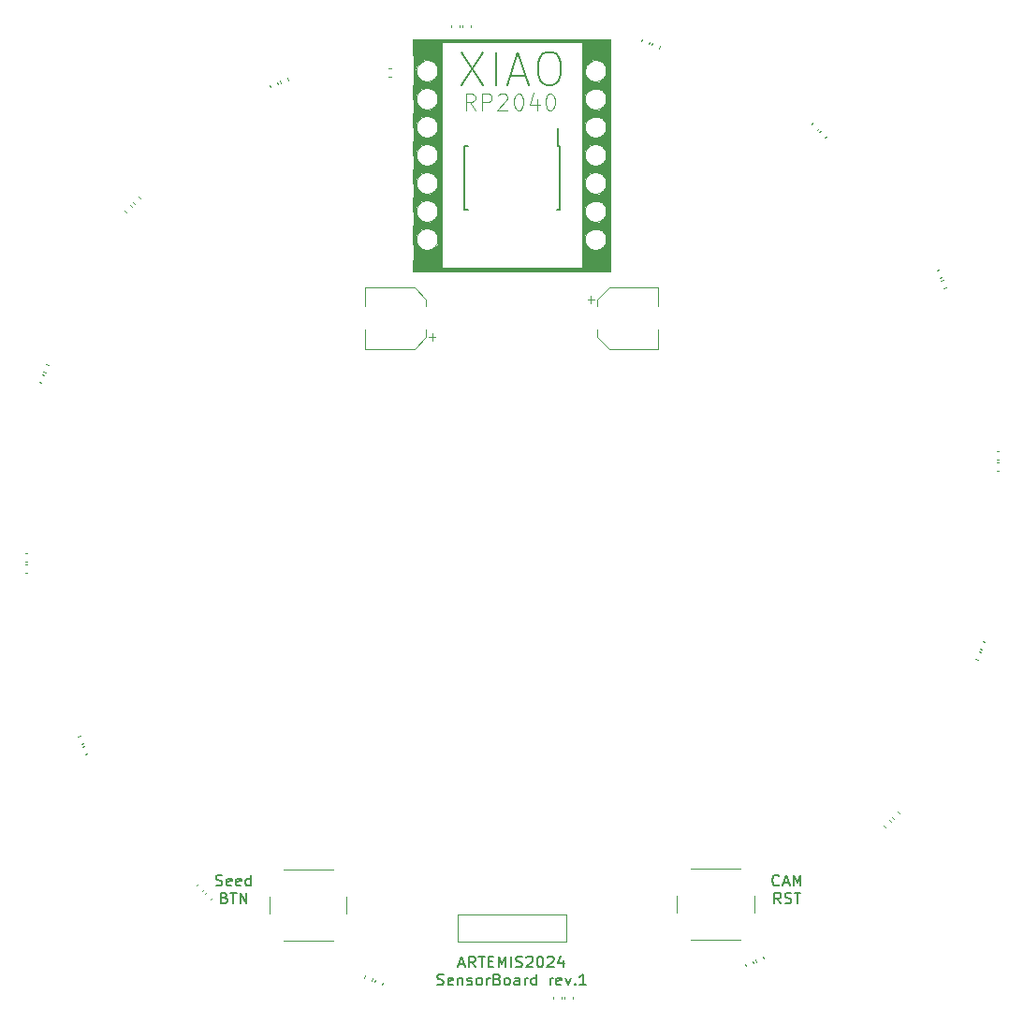
<source format=gbr>
%TF.GenerationSoftware,KiCad,Pcbnew,7.0.9*%
%TF.CreationDate,2024-01-11T17:52:56+09:00*%
%TF.ProjectId,SensorBoard,53656e73-6f72-4426-9f61-72642e6b6963,rev?*%
%TF.SameCoordinates,Original*%
%TF.FileFunction,Legend,Top*%
%TF.FilePolarity,Positive*%
%FSLAX46Y46*%
G04 Gerber Fmt 4.6, Leading zero omitted, Abs format (unit mm)*
G04 Created by KiCad (PCBNEW 7.0.9) date 2024-01-11 17:52:56*
%MOMM*%
%LPD*%
G01*
G04 APERTURE LIST*
%ADD10C,0.150000*%
%ADD11C,0.100000*%
%ADD12C,0.120000*%
G04 APERTURE END LIST*
D10*
X163901523Y-135324580D02*
X163853904Y-135372200D01*
X163853904Y-135372200D02*
X163711047Y-135419819D01*
X163711047Y-135419819D02*
X163615809Y-135419819D01*
X163615809Y-135419819D02*
X163472952Y-135372200D01*
X163472952Y-135372200D02*
X163377714Y-135276961D01*
X163377714Y-135276961D02*
X163330095Y-135181723D01*
X163330095Y-135181723D02*
X163282476Y-134991247D01*
X163282476Y-134991247D02*
X163282476Y-134848390D01*
X163282476Y-134848390D02*
X163330095Y-134657914D01*
X163330095Y-134657914D02*
X163377714Y-134562676D01*
X163377714Y-134562676D02*
X163472952Y-134467438D01*
X163472952Y-134467438D02*
X163615809Y-134419819D01*
X163615809Y-134419819D02*
X163711047Y-134419819D01*
X163711047Y-134419819D02*
X163853904Y-134467438D01*
X163853904Y-134467438D02*
X163901523Y-134515057D01*
X164282476Y-135134104D02*
X164758666Y-135134104D01*
X164187238Y-135419819D02*
X164520571Y-134419819D01*
X164520571Y-134419819D02*
X164853904Y-135419819D01*
X165187238Y-135419819D02*
X165187238Y-134419819D01*
X165187238Y-134419819D02*
X165520571Y-135134104D01*
X165520571Y-135134104D02*
X165853904Y-134419819D01*
X165853904Y-134419819D02*
X165853904Y-135419819D01*
X164044380Y-137029819D02*
X163711047Y-136553628D01*
X163472952Y-137029819D02*
X163472952Y-136029819D01*
X163472952Y-136029819D02*
X163853904Y-136029819D01*
X163853904Y-136029819D02*
X163949142Y-136077438D01*
X163949142Y-136077438D02*
X163996761Y-136125057D01*
X163996761Y-136125057D02*
X164044380Y-136220295D01*
X164044380Y-136220295D02*
X164044380Y-136363152D01*
X164044380Y-136363152D02*
X163996761Y-136458390D01*
X163996761Y-136458390D02*
X163949142Y-136506009D01*
X163949142Y-136506009D02*
X163853904Y-136553628D01*
X163853904Y-136553628D02*
X163472952Y-136553628D01*
X164425333Y-136982200D02*
X164568190Y-137029819D01*
X164568190Y-137029819D02*
X164806285Y-137029819D01*
X164806285Y-137029819D02*
X164901523Y-136982200D01*
X164901523Y-136982200D02*
X164949142Y-136934580D01*
X164949142Y-136934580D02*
X164996761Y-136839342D01*
X164996761Y-136839342D02*
X164996761Y-136744104D01*
X164996761Y-136744104D02*
X164949142Y-136648866D01*
X164949142Y-136648866D02*
X164901523Y-136601247D01*
X164901523Y-136601247D02*
X164806285Y-136553628D01*
X164806285Y-136553628D02*
X164615809Y-136506009D01*
X164615809Y-136506009D02*
X164520571Y-136458390D01*
X164520571Y-136458390D02*
X164472952Y-136410771D01*
X164472952Y-136410771D02*
X164425333Y-136315533D01*
X164425333Y-136315533D02*
X164425333Y-136220295D01*
X164425333Y-136220295D02*
X164472952Y-136125057D01*
X164472952Y-136125057D02*
X164520571Y-136077438D01*
X164520571Y-136077438D02*
X164615809Y-136029819D01*
X164615809Y-136029819D02*
X164853904Y-136029819D01*
X164853904Y-136029819D02*
X164996761Y-136077438D01*
X165282476Y-136029819D02*
X165853904Y-136029819D01*
X165568190Y-137029819D02*
X165568190Y-136029819D01*
X134938095Y-142500104D02*
X135414285Y-142500104D01*
X134842857Y-142785819D02*
X135176190Y-141785819D01*
X135176190Y-141785819D02*
X135509523Y-142785819D01*
X136414285Y-142785819D02*
X136080952Y-142309628D01*
X135842857Y-142785819D02*
X135842857Y-141785819D01*
X135842857Y-141785819D02*
X136223809Y-141785819D01*
X136223809Y-141785819D02*
X136319047Y-141833438D01*
X136319047Y-141833438D02*
X136366666Y-141881057D01*
X136366666Y-141881057D02*
X136414285Y-141976295D01*
X136414285Y-141976295D02*
X136414285Y-142119152D01*
X136414285Y-142119152D02*
X136366666Y-142214390D01*
X136366666Y-142214390D02*
X136319047Y-142262009D01*
X136319047Y-142262009D02*
X136223809Y-142309628D01*
X136223809Y-142309628D02*
X135842857Y-142309628D01*
X136700000Y-141785819D02*
X137271428Y-141785819D01*
X136985714Y-142785819D02*
X136985714Y-141785819D01*
X137604762Y-142262009D02*
X137938095Y-142262009D01*
X138080952Y-142785819D02*
X137604762Y-142785819D01*
X137604762Y-142785819D02*
X137604762Y-141785819D01*
X137604762Y-141785819D02*
X138080952Y-141785819D01*
X138509524Y-142785819D02*
X138509524Y-141785819D01*
X138509524Y-141785819D02*
X138842857Y-142500104D01*
X138842857Y-142500104D02*
X139176190Y-141785819D01*
X139176190Y-141785819D02*
X139176190Y-142785819D01*
X139652381Y-142785819D02*
X139652381Y-141785819D01*
X140080952Y-142738200D02*
X140223809Y-142785819D01*
X140223809Y-142785819D02*
X140461904Y-142785819D01*
X140461904Y-142785819D02*
X140557142Y-142738200D01*
X140557142Y-142738200D02*
X140604761Y-142690580D01*
X140604761Y-142690580D02*
X140652380Y-142595342D01*
X140652380Y-142595342D02*
X140652380Y-142500104D01*
X140652380Y-142500104D02*
X140604761Y-142404866D01*
X140604761Y-142404866D02*
X140557142Y-142357247D01*
X140557142Y-142357247D02*
X140461904Y-142309628D01*
X140461904Y-142309628D02*
X140271428Y-142262009D01*
X140271428Y-142262009D02*
X140176190Y-142214390D01*
X140176190Y-142214390D02*
X140128571Y-142166771D01*
X140128571Y-142166771D02*
X140080952Y-142071533D01*
X140080952Y-142071533D02*
X140080952Y-141976295D01*
X140080952Y-141976295D02*
X140128571Y-141881057D01*
X140128571Y-141881057D02*
X140176190Y-141833438D01*
X140176190Y-141833438D02*
X140271428Y-141785819D01*
X140271428Y-141785819D02*
X140509523Y-141785819D01*
X140509523Y-141785819D02*
X140652380Y-141833438D01*
X141033333Y-141881057D02*
X141080952Y-141833438D01*
X141080952Y-141833438D02*
X141176190Y-141785819D01*
X141176190Y-141785819D02*
X141414285Y-141785819D01*
X141414285Y-141785819D02*
X141509523Y-141833438D01*
X141509523Y-141833438D02*
X141557142Y-141881057D01*
X141557142Y-141881057D02*
X141604761Y-141976295D01*
X141604761Y-141976295D02*
X141604761Y-142071533D01*
X141604761Y-142071533D02*
X141557142Y-142214390D01*
X141557142Y-142214390D02*
X140985714Y-142785819D01*
X140985714Y-142785819D02*
X141604761Y-142785819D01*
X142223809Y-141785819D02*
X142319047Y-141785819D01*
X142319047Y-141785819D02*
X142414285Y-141833438D01*
X142414285Y-141833438D02*
X142461904Y-141881057D01*
X142461904Y-141881057D02*
X142509523Y-141976295D01*
X142509523Y-141976295D02*
X142557142Y-142166771D01*
X142557142Y-142166771D02*
X142557142Y-142404866D01*
X142557142Y-142404866D02*
X142509523Y-142595342D01*
X142509523Y-142595342D02*
X142461904Y-142690580D01*
X142461904Y-142690580D02*
X142414285Y-142738200D01*
X142414285Y-142738200D02*
X142319047Y-142785819D01*
X142319047Y-142785819D02*
X142223809Y-142785819D01*
X142223809Y-142785819D02*
X142128571Y-142738200D01*
X142128571Y-142738200D02*
X142080952Y-142690580D01*
X142080952Y-142690580D02*
X142033333Y-142595342D01*
X142033333Y-142595342D02*
X141985714Y-142404866D01*
X141985714Y-142404866D02*
X141985714Y-142166771D01*
X141985714Y-142166771D02*
X142033333Y-141976295D01*
X142033333Y-141976295D02*
X142080952Y-141881057D01*
X142080952Y-141881057D02*
X142128571Y-141833438D01*
X142128571Y-141833438D02*
X142223809Y-141785819D01*
X142938095Y-141881057D02*
X142985714Y-141833438D01*
X142985714Y-141833438D02*
X143080952Y-141785819D01*
X143080952Y-141785819D02*
X143319047Y-141785819D01*
X143319047Y-141785819D02*
X143414285Y-141833438D01*
X143414285Y-141833438D02*
X143461904Y-141881057D01*
X143461904Y-141881057D02*
X143509523Y-141976295D01*
X143509523Y-141976295D02*
X143509523Y-142071533D01*
X143509523Y-142071533D02*
X143461904Y-142214390D01*
X143461904Y-142214390D02*
X142890476Y-142785819D01*
X142890476Y-142785819D02*
X143509523Y-142785819D01*
X144366666Y-142119152D02*
X144366666Y-142785819D01*
X144128571Y-141738200D02*
X143890476Y-142452485D01*
X143890476Y-142452485D02*
X144509523Y-142452485D01*
X132985713Y-144348200D02*
X133128570Y-144395819D01*
X133128570Y-144395819D02*
X133366665Y-144395819D01*
X133366665Y-144395819D02*
X133461903Y-144348200D01*
X133461903Y-144348200D02*
X133509522Y-144300580D01*
X133509522Y-144300580D02*
X133557141Y-144205342D01*
X133557141Y-144205342D02*
X133557141Y-144110104D01*
X133557141Y-144110104D02*
X133509522Y-144014866D01*
X133509522Y-144014866D02*
X133461903Y-143967247D01*
X133461903Y-143967247D02*
X133366665Y-143919628D01*
X133366665Y-143919628D02*
X133176189Y-143872009D01*
X133176189Y-143872009D02*
X133080951Y-143824390D01*
X133080951Y-143824390D02*
X133033332Y-143776771D01*
X133033332Y-143776771D02*
X132985713Y-143681533D01*
X132985713Y-143681533D02*
X132985713Y-143586295D01*
X132985713Y-143586295D02*
X133033332Y-143491057D01*
X133033332Y-143491057D02*
X133080951Y-143443438D01*
X133080951Y-143443438D02*
X133176189Y-143395819D01*
X133176189Y-143395819D02*
X133414284Y-143395819D01*
X133414284Y-143395819D02*
X133557141Y-143443438D01*
X134366665Y-144348200D02*
X134271427Y-144395819D01*
X134271427Y-144395819D02*
X134080951Y-144395819D01*
X134080951Y-144395819D02*
X133985713Y-144348200D01*
X133985713Y-144348200D02*
X133938094Y-144252961D01*
X133938094Y-144252961D02*
X133938094Y-143872009D01*
X133938094Y-143872009D02*
X133985713Y-143776771D01*
X133985713Y-143776771D02*
X134080951Y-143729152D01*
X134080951Y-143729152D02*
X134271427Y-143729152D01*
X134271427Y-143729152D02*
X134366665Y-143776771D01*
X134366665Y-143776771D02*
X134414284Y-143872009D01*
X134414284Y-143872009D02*
X134414284Y-143967247D01*
X134414284Y-143967247D02*
X133938094Y-144062485D01*
X134842856Y-143729152D02*
X134842856Y-144395819D01*
X134842856Y-143824390D02*
X134890475Y-143776771D01*
X134890475Y-143776771D02*
X134985713Y-143729152D01*
X134985713Y-143729152D02*
X135128570Y-143729152D01*
X135128570Y-143729152D02*
X135223808Y-143776771D01*
X135223808Y-143776771D02*
X135271427Y-143872009D01*
X135271427Y-143872009D02*
X135271427Y-144395819D01*
X135699999Y-144348200D02*
X135795237Y-144395819D01*
X135795237Y-144395819D02*
X135985713Y-144395819D01*
X135985713Y-144395819D02*
X136080951Y-144348200D01*
X136080951Y-144348200D02*
X136128570Y-144252961D01*
X136128570Y-144252961D02*
X136128570Y-144205342D01*
X136128570Y-144205342D02*
X136080951Y-144110104D01*
X136080951Y-144110104D02*
X135985713Y-144062485D01*
X135985713Y-144062485D02*
X135842856Y-144062485D01*
X135842856Y-144062485D02*
X135747618Y-144014866D01*
X135747618Y-144014866D02*
X135699999Y-143919628D01*
X135699999Y-143919628D02*
X135699999Y-143872009D01*
X135699999Y-143872009D02*
X135747618Y-143776771D01*
X135747618Y-143776771D02*
X135842856Y-143729152D01*
X135842856Y-143729152D02*
X135985713Y-143729152D01*
X135985713Y-143729152D02*
X136080951Y-143776771D01*
X136699999Y-144395819D02*
X136604761Y-144348200D01*
X136604761Y-144348200D02*
X136557142Y-144300580D01*
X136557142Y-144300580D02*
X136509523Y-144205342D01*
X136509523Y-144205342D02*
X136509523Y-143919628D01*
X136509523Y-143919628D02*
X136557142Y-143824390D01*
X136557142Y-143824390D02*
X136604761Y-143776771D01*
X136604761Y-143776771D02*
X136699999Y-143729152D01*
X136699999Y-143729152D02*
X136842856Y-143729152D01*
X136842856Y-143729152D02*
X136938094Y-143776771D01*
X136938094Y-143776771D02*
X136985713Y-143824390D01*
X136985713Y-143824390D02*
X137033332Y-143919628D01*
X137033332Y-143919628D02*
X137033332Y-144205342D01*
X137033332Y-144205342D02*
X136985713Y-144300580D01*
X136985713Y-144300580D02*
X136938094Y-144348200D01*
X136938094Y-144348200D02*
X136842856Y-144395819D01*
X136842856Y-144395819D02*
X136699999Y-144395819D01*
X137461904Y-144395819D02*
X137461904Y-143729152D01*
X137461904Y-143919628D02*
X137509523Y-143824390D01*
X137509523Y-143824390D02*
X137557142Y-143776771D01*
X137557142Y-143776771D02*
X137652380Y-143729152D01*
X137652380Y-143729152D02*
X137747618Y-143729152D01*
X138414285Y-143872009D02*
X138557142Y-143919628D01*
X138557142Y-143919628D02*
X138604761Y-143967247D01*
X138604761Y-143967247D02*
X138652380Y-144062485D01*
X138652380Y-144062485D02*
X138652380Y-144205342D01*
X138652380Y-144205342D02*
X138604761Y-144300580D01*
X138604761Y-144300580D02*
X138557142Y-144348200D01*
X138557142Y-144348200D02*
X138461904Y-144395819D01*
X138461904Y-144395819D02*
X138080952Y-144395819D01*
X138080952Y-144395819D02*
X138080952Y-143395819D01*
X138080952Y-143395819D02*
X138414285Y-143395819D01*
X138414285Y-143395819D02*
X138509523Y-143443438D01*
X138509523Y-143443438D02*
X138557142Y-143491057D01*
X138557142Y-143491057D02*
X138604761Y-143586295D01*
X138604761Y-143586295D02*
X138604761Y-143681533D01*
X138604761Y-143681533D02*
X138557142Y-143776771D01*
X138557142Y-143776771D02*
X138509523Y-143824390D01*
X138509523Y-143824390D02*
X138414285Y-143872009D01*
X138414285Y-143872009D02*
X138080952Y-143872009D01*
X139223809Y-144395819D02*
X139128571Y-144348200D01*
X139128571Y-144348200D02*
X139080952Y-144300580D01*
X139080952Y-144300580D02*
X139033333Y-144205342D01*
X139033333Y-144205342D02*
X139033333Y-143919628D01*
X139033333Y-143919628D02*
X139080952Y-143824390D01*
X139080952Y-143824390D02*
X139128571Y-143776771D01*
X139128571Y-143776771D02*
X139223809Y-143729152D01*
X139223809Y-143729152D02*
X139366666Y-143729152D01*
X139366666Y-143729152D02*
X139461904Y-143776771D01*
X139461904Y-143776771D02*
X139509523Y-143824390D01*
X139509523Y-143824390D02*
X139557142Y-143919628D01*
X139557142Y-143919628D02*
X139557142Y-144205342D01*
X139557142Y-144205342D02*
X139509523Y-144300580D01*
X139509523Y-144300580D02*
X139461904Y-144348200D01*
X139461904Y-144348200D02*
X139366666Y-144395819D01*
X139366666Y-144395819D02*
X139223809Y-144395819D01*
X140414285Y-144395819D02*
X140414285Y-143872009D01*
X140414285Y-143872009D02*
X140366666Y-143776771D01*
X140366666Y-143776771D02*
X140271428Y-143729152D01*
X140271428Y-143729152D02*
X140080952Y-143729152D01*
X140080952Y-143729152D02*
X139985714Y-143776771D01*
X140414285Y-144348200D02*
X140319047Y-144395819D01*
X140319047Y-144395819D02*
X140080952Y-144395819D01*
X140080952Y-144395819D02*
X139985714Y-144348200D01*
X139985714Y-144348200D02*
X139938095Y-144252961D01*
X139938095Y-144252961D02*
X139938095Y-144157723D01*
X139938095Y-144157723D02*
X139985714Y-144062485D01*
X139985714Y-144062485D02*
X140080952Y-144014866D01*
X140080952Y-144014866D02*
X140319047Y-144014866D01*
X140319047Y-144014866D02*
X140414285Y-143967247D01*
X140890476Y-144395819D02*
X140890476Y-143729152D01*
X140890476Y-143919628D02*
X140938095Y-143824390D01*
X140938095Y-143824390D02*
X140985714Y-143776771D01*
X140985714Y-143776771D02*
X141080952Y-143729152D01*
X141080952Y-143729152D02*
X141176190Y-143729152D01*
X141938095Y-144395819D02*
X141938095Y-143395819D01*
X141938095Y-144348200D02*
X141842857Y-144395819D01*
X141842857Y-144395819D02*
X141652381Y-144395819D01*
X141652381Y-144395819D02*
X141557143Y-144348200D01*
X141557143Y-144348200D02*
X141509524Y-144300580D01*
X141509524Y-144300580D02*
X141461905Y-144205342D01*
X141461905Y-144205342D02*
X141461905Y-143919628D01*
X141461905Y-143919628D02*
X141509524Y-143824390D01*
X141509524Y-143824390D02*
X141557143Y-143776771D01*
X141557143Y-143776771D02*
X141652381Y-143729152D01*
X141652381Y-143729152D02*
X141842857Y-143729152D01*
X141842857Y-143729152D02*
X141938095Y-143776771D01*
X143176191Y-144395819D02*
X143176191Y-143729152D01*
X143176191Y-143919628D02*
X143223810Y-143824390D01*
X143223810Y-143824390D02*
X143271429Y-143776771D01*
X143271429Y-143776771D02*
X143366667Y-143729152D01*
X143366667Y-143729152D02*
X143461905Y-143729152D01*
X144176191Y-144348200D02*
X144080953Y-144395819D01*
X144080953Y-144395819D02*
X143890477Y-144395819D01*
X143890477Y-144395819D02*
X143795239Y-144348200D01*
X143795239Y-144348200D02*
X143747620Y-144252961D01*
X143747620Y-144252961D02*
X143747620Y-143872009D01*
X143747620Y-143872009D02*
X143795239Y-143776771D01*
X143795239Y-143776771D02*
X143890477Y-143729152D01*
X143890477Y-143729152D02*
X144080953Y-143729152D01*
X144080953Y-143729152D02*
X144176191Y-143776771D01*
X144176191Y-143776771D02*
X144223810Y-143872009D01*
X144223810Y-143872009D02*
X144223810Y-143967247D01*
X144223810Y-143967247D02*
X143747620Y-144062485D01*
X144557144Y-143729152D02*
X144795239Y-144395819D01*
X144795239Y-144395819D02*
X145033334Y-143729152D01*
X145414287Y-144300580D02*
X145461906Y-144348200D01*
X145461906Y-144348200D02*
X145414287Y-144395819D01*
X145414287Y-144395819D02*
X145366668Y-144348200D01*
X145366668Y-144348200D02*
X145414287Y-144300580D01*
X145414287Y-144300580D02*
X145414287Y-144395819D01*
X146414286Y-144395819D02*
X145842858Y-144395819D01*
X146128572Y-144395819D02*
X146128572Y-143395819D01*
X146128572Y-143395819D02*
X146033334Y-143538676D01*
X146033334Y-143538676D02*
X145938096Y-143633914D01*
X145938096Y-143633914D02*
X145842858Y-143681533D01*
X112958762Y-135372200D02*
X113101619Y-135419819D01*
X113101619Y-135419819D02*
X113339714Y-135419819D01*
X113339714Y-135419819D02*
X113434952Y-135372200D01*
X113434952Y-135372200D02*
X113482571Y-135324580D01*
X113482571Y-135324580D02*
X113530190Y-135229342D01*
X113530190Y-135229342D02*
X113530190Y-135134104D01*
X113530190Y-135134104D02*
X113482571Y-135038866D01*
X113482571Y-135038866D02*
X113434952Y-134991247D01*
X113434952Y-134991247D02*
X113339714Y-134943628D01*
X113339714Y-134943628D02*
X113149238Y-134896009D01*
X113149238Y-134896009D02*
X113054000Y-134848390D01*
X113054000Y-134848390D02*
X113006381Y-134800771D01*
X113006381Y-134800771D02*
X112958762Y-134705533D01*
X112958762Y-134705533D02*
X112958762Y-134610295D01*
X112958762Y-134610295D02*
X113006381Y-134515057D01*
X113006381Y-134515057D02*
X113054000Y-134467438D01*
X113054000Y-134467438D02*
X113149238Y-134419819D01*
X113149238Y-134419819D02*
X113387333Y-134419819D01*
X113387333Y-134419819D02*
X113530190Y-134467438D01*
X114339714Y-135372200D02*
X114244476Y-135419819D01*
X114244476Y-135419819D02*
X114054000Y-135419819D01*
X114054000Y-135419819D02*
X113958762Y-135372200D01*
X113958762Y-135372200D02*
X113911143Y-135276961D01*
X113911143Y-135276961D02*
X113911143Y-134896009D01*
X113911143Y-134896009D02*
X113958762Y-134800771D01*
X113958762Y-134800771D02*
X114054000Y-134753152D01*
X114054000Y-134753152D02*
X114244476Y-134753152D01*
X114244476Y-134753152D02*
X114339714Y-134800771D01*
X114339714Y-134800771D02*
X114387333Y-134896009D01*
X114387333Y-134896009D02*
X114387333Y-134991247D01*
X114387333Y-134991247D02*
X113911143Y-135086485D01*
X115196857Y-135372200D02*
X115101619Y-135419819D01*
X115101619Y-135419819D02*
X114911143Y-135419819D01*
X114911143Y-135419819D02*
X114815905Y-135372200D01*
X114815905Y-135372200D02*
X114768286Y-135276961D01*
X114768286Y-135276961D02*
X114768286Y-134896009D01*
X114768286Y-134896009D02*
X114815905Y-134800771D01*
X114815905Y-134800771D02*
X114911143Y-134753152D01*
X114911143Y-134753152D02*
X115101619Y-134753152D01*
X115101619Y-134753152D02*
X115196857Y-134800771D01*
X115196857Y-134800771D02*
X115244476Y-134896009D01*
X115244476Y-134896009D02*
X115244476Y-134991247D01*
X115244476Y-134991247D02*
X114768286Y-135086485D01*
X116101619Y-135419819D02*
X116101619Y-134419819D01*
X116101619Y-135372200D02*
X116006381Y-135419819D01*
X116006381Y-135419819D02*
X115815905Y-135419819D01*
X115815905Y-135419819D02*
X115720667Y-135372200D01*
X115720667Y-135372200D02*
X115673048Y-135324580D01*
X115673048Y-135324580D02*
X115625429Y-135229342D01*
X115625429Y-135229342D02*
X115625429Y-134943628D01*
X115625429Y-134943628D02*
X115673048Y-134848390D01*
X115673048Y-134848390D02*
X115720667Y-134800771D01*
X115720667Y-134800771D02*
X115815905Y-134753152D01*
X115815905Y-134753152D02*
X116006381Y-134753152D01*
X116006381Y-134753152D02*
X116101619Y-134800771D01*
X113720666Y-136506009D02*
X113863523Y-136553628D01*
X113863523Y-136553628D02*
X113911142Y-136601247D01*
X113911142Y-136601247D02*
X113958761Y-136696485D01*
X113958761Y-136696485D02*
X113958761Y-136839342D01*
X113958761Y-136839342D02*
X113911142Y-136934580D01*
X113911142Y-136934580D02*
X113863523Y-136982200D01*
X113863523Y-136982200D02*
X113768285Y-137029819D01*
X113768285Y-137029819D02*
X113387333Y-137029819D01*
X113387333Y-137029819D02*
X113387333Y-136029819D01*
X113387333Y-136029819D02*
X113720666Y-136029819D01*
X113720666Y-136029819D02*
X113815904Y-136077438D01*
X113815904Y-136077438D02*
X113863523Y-136125057D01*
X113863523Y-136125057D02*
X113911142Y-136220295D01*
X113911142Y-136220295D02*
X113911142Y-136315533D01*
X113911142Y-136315533D02*
X113863523Y-136410771D01*
X113863523Y-136410771D02*
X113815904Y-136458390D01*
X113815904Y-136458390D02*
X113720666Y-136506009D01*
X113720666Y-136506009D02*
X113387333Y-136506009D01*
X114244476Y-136029819D02*
X114815904Y-136029819D01*
X114530190Y-137029819D02*
X114530190Y-136029819D01*
X115149238Y-137029819D02*
X115149238Y-136029819D01*
X115149238Y-136029819D02*
X115720666Y-137029819D01*
X115720666Y-137029819D02*
X115720666Y-136029819D01*
X135128571Y-60000457D02*
X137128571Y-63000457D01*
X137128571Y-60000457D02*
X135128571Y-63000457D01*
X138271428Y-63000457D02*
X138271428Y-60000457D01*
X139557142Y-62143314D02*
X140985714Y-62143314D01*
X139271428Y-63000457D02*
X140271428Y-60000457D01*
X140271428Y-60000457D02*
X141271428Y-63000457D01*
X142842857Y-60000457D02*
X143414285Y-60000457D01*
X143414285Y-60000457D02*
X143700000Y-60143314D01*
X143700000Y-60143314D02*
X143985714Y-60429028D01*
X143985714Y-60429028D02*
X144128571Y-61000457D01*
X144128571Y-61000457D02*
X144128571Y-62000457D01*
X144128571Y-62000457D02*
X143985714Y-62571885D01*
X143985714Y-62571885D02*
X143700000Y-62857600D01*
X143700000Y-62857600D02*
X143414285Y-63000457D01*
X143414285Y-63000457D02*
X142842857Y-63000457D01*
X142842857Y-63000457D02*
X142557143Y-62857600D01*
X142557143Y-62857600D02*
X142271428Y-62571885D01*
X142271428Y-62571885D02*
X142128571Y-62000457D01*
X142128571Y-62000457D02*
X142128571Y-61000457D01*
X142128571Y-61000457D02*
X142271428Y-60429028D01*
X142271428Y-60429028D02*
X142557143Y-60143314D01*
X142557143Y-60143314D02*
X142842857Y-60000457D01*
D11*
X136408074Y-65241628D02*
X135908074Y-64527342D01*
X135550931Y-65241628D02*
X135550931Y-63741628D01*
X135550931Y-63741628D02*
X136122360Y-63741628D01*
X136122360Y-63741628D02*
X136265217Y-63813057D01*
X136265217Y-63813057D02*
X136336646Y-63884485D01*
X136336646Y-63884485D02*
X136408074Y-64027342D01*
X136408074Y-64027342D02*
X136408074Y-64241628D01*
X136408074Y-64241628D02*
X136336646Y-64384485D01*
X136336646Y-64384485D02*
X136265217Y-64455914D01*
X136265217Y-64455914D02*
X136122360Y-64527342D01*
X136122360Y-64527342D02*
X135550931Y-64527342D01*
X137050931Y-65241628D02*
X137050931Y-63741628D01*
X137050931Y-63741628D02*
X137622360Y-63741628D01*
X137622360Y-63741628D02*
X137765217Y-63813057D01*
X137765217Y-63813057D02*
X137836646Y-63884485D01*
X137836646Y-63884485D02*
X137908074Y-64027342D01*
X137908074Y-64027342D02*
X137908074Y-64241628D01*
X137908074Y-64241628D02*
X137836646Y-64384485D01*
X137836646Y-64384485D02*
X137765217Y-64455914D01*
X137765217Y-64455914D02*
X137622360Y-64527342D01*
X137622360Y-64527342D02*
X137050931Y-64527342D01*
X138479503Y-63884485D02*
X138550931Y-63813057D01*
X138550931Y-63813057D02*
X138693789Y-63741628D01*
X138693789Y-63741628D02*
X139050931Y-63741628D01*
X139050931Y-63741628D02*
X139193789Y-63813057D01*
X139193789Y-63813057D02*
X139265217Y-63884485D01*
X139265217Y-63884485D02*
X139336646Y-64027342D01*
X139336646Y-64027342D02*
X139336646Y-64170200D01*
X139336646Y-64170200D02*
X139265217Y-64384485D01*
X139265217Y-64384485D02*
X138408074Y-65241628D01*
X138408074Y-65241628D02*
X139336646Y-65241628D01*
X140265217Y-63741628D02*
X140408074Y-63741628D01*
X140408074Y-63741628D02*
X140550931Y-63813057D01*
X140550931Y-63813057D02*
X140622360Y-63884485D01*
X140622360Y-63884485D02*
X140693788Y-64027342D01*
X140693788Y-64027342D02*
X140765217Y-64313057D01*
X140765217Y-64313057D02*
X140765217Y-64670200D01*
X140765217Y-64670200D02*
X140693788Y-64955914D01*
X140693788Y-64955914D02*
X140622360Y-65098771D01*
X140622360Y-65098771D02*
X140550931Y-65170200D01*
X140550931Y-65170200D02*
X140408074Y-65241628D01*
X140408074Y-65241628D02*
X140265217Y-65241628D01*
X140265217Y-65241628D02*
X140122360Y-65170200D01*
X140122360Y-65170200D02*
X140050931Y-65098771D01*
X140050931Y-65098771D02*
X139979502Y-64955914D01*
X139979502Y-64955914D02*
X139908074Y-64670200D01*
X139908074Y-64670200D02*
X139908074Y-64313057D01*
X139908074Y-64313057D02*
X139979502Y-64027342D01*
X139979502Y-64027342D02*
X140050931Y-63884485D01*
X140050931Y-63884485D02*
X140122360Y-63813057D01*
X140122360Y-63813057D02*
X140265217Y-63741628D01*
X142050931Y-64241628D02*
X142050931Y-65241628D01*
X141693788Y-63670200D02*
X141336645Y-64741628D01*
X141336645Y-64741628D02*
X142265216Y-64741628D01*
X143122359Y-63741628D02*
X143265216Y-63741628D01*
X143265216Y-63741628D02*
X143408073Y-63813057D01*
X143408073Y-63813057D02*
X143479502Y-63884485D01*
X143479502Y-63884485D02*
X143550930Y-64027342D01*
X143550930Y-64027342D02*
X143622359Y-64313057D01*
X143622359Y-64313057D02*
X143622359Y-64670200D01*
X143622359Y-64670200D02*
X143550930Y-64955914D01*
X143550930Y-64955914D02*
X143479502Y-65098771D01*
X143479502Y-65098771D02*
X143408073Y-65170200D01*
X143408073Y-65170200D02*
X143265216Y-65241628D01*
X143265216Y-65241628D02*
X143122359Y-65241628D01*
X143122359Y-65241628D02*
X142979502Y-65170200D01*
X142979502Y-65170200D02*
X142908073Y-65098771D01*
X142908073Y-65098771D02*
X142836644Y-64955914D01*
X142836644Y-64955914D02*
X142765216Y-64670200D01*
X142765216Y-64670200D02*
X142765216Y-64313057D01*
X142765216Y-64313057D02*
X142836644Y-64027342D01*
X142836644Y-64027342D02*
X142908073Y-63884485D01*
X142908073Y-63884485D02*
X142979502Y-63813057D01*
X142979502Y-63813057D02*
X143122359Y-63741628D01*
D12*
%TO.C,C10*%
X128026253Y-144194195D02*
X127943719Y-144393450D01*
X127361059Y-143918662D02*
X127278525Y-144117917D01*
%TO.C,R10*%
X127087591Y-143805389D02*
X127005057Y-144004644D01*
X126422397Y-143529856D02*
X126339863Y-143729111D01*
%TO.C,R12*%
X100949376Y-122497847D02*
X100750121Y-122580381D01*
X100673843Y-121832653D02*
X100474588Y-121915187D01*
%TO.C,C6*%
X182256878Y-114060436D02*
X182057623Y-113977902D01*
X182532411Y-113395242D02*
X182333156Y-113312708D01*
%TO.C,R11*%
X111899316Y-135751225D02*
X111746813Y-135903728D01*
X111390199Y-135242108D02*
X111237696Y-135394611D01*
%TO.C,C2*%
X152199397Y-59082083D02*
X152116863Y-59281338D01*
X151534203Y-58806550D02*
X151451669Y-59005805D01*
%TO.C,R8*%
X160892320Y-142676738D02*
X160809786Y-142477483D01*
X161557514Y-142401205D02*
X161474980Y-142201950D01*
%TO.C,C4*%
X178614528Y-80346151D02*
X178415273Y-80428685D01*
X178338995Y-79680957D02*
X178139740Y-79763491D01*
%TO.C,C3*%
X167464800Y-66896887D02*
X167312297Y-67049390D01*
X166955683Y-66387770D02*
X166803180Y-66540273D01*
%TO.C,R14*%
X97533572Y-88948630D02*
X97334317Y-88866096D01*
X97809105Y-88283436D02*
X97609850Y-88200902D01*
%TO.C,R15*%
X105587736Y-73760355D02*
X105435233Y-73607852D01*
X106096853Y-73251238D02*
X105944350Y-73098735D01*
%TO.C,SW1*%
X161667000Y-137819000D02*
X161667000Y-136319000D01*
X160417000Y-133819000D02*
X155917000Y-133819000D01*
X155917000Y-140319000D02*
X160417000Y-140319000D01*
X154667000Y-136319000D02*
X154667000Y-137819000D01*
%TO.C,Brd1*%
X144639800Y-140453800D02*
X144639800Y-138040800D01*
X144639800Y-140453800D02*
X134860800Y-140453800D01*
X134860800Y-140453800D02*
X134860800Y-138040800D01*
X134860800Y-138040800D02*
X144639800Y-138040800D01*
%TO.C,R9*%
X144201922Y-145434164D02*
X144201922Y-145649836D01*
X143481922Y-145434164D02*
X143481922Y-145649836D01*
%TO.C,C17*%
X146575000Y-82389000D02*
X147200000Y-82389000D01*
X146887500Y-82076500D02*
X146887500Y-82701500D01*
X147440000Y-82378437D02*
X147440000Y-83014000D01*
X147440000Y-82378437D02*
X148504437Y-81314000D01*
X147440000Y-85769563D02*
X147440000Y-85134000D01*
X147440000Y-85769563D02*
X148504437Y-86834000D01*
X148504437Y-81314000D02*
X152960000Y-81314000D01*
X148504437Y-86834000D02*
X152960000Y-86834000D01*
X152960000Y-81314000D02*
X152960000Y-83014000D01*
X152960000Y-86834000D02*
X152960000Y-85134000D01*
%TO.C,C18*%
X128786836Y-62209000D02*
X128571164Y-62209000D01*
X128786836Y-61489000D02*
X128571164Y-61489000D01*
%TO.C,C16*%
X117902452Y-63199221D02*
X117819918Y-62999966D01*
X118567646Y-62923688D02*
X118485112Y-62724433D01*
%TO.C,C15*%
X104869316Y-74478776D02*
X104716813Y-74326273D01*
X105378433Y-73969659D02*
X105225930Y-73817156D01*
%TO.C,C14*%
X97144766Y-89887292D02*
X96945511Y-89804758D01*
X97420299Y-89222098D02*
X97221044Y-89139564D01*
%TO.C,C8*%
X161830982Y-142287932D02*
X161748448Y-142088677D01*
X162496176Y-142012399D02*
X162413642Y-141813144D01*
%TO.C,C19*%
X132825000Y-85759000D02*
X132200000Y-85759000D01*
X132512500Y-86071500D02*
X132512500Y-85446500D01*
X131960000Y-85769563D02*
X131960000Y-85134000D01*
X131960000Y-85769563D02*
X130895563Y-86834000D01*
X131960000Y-82378437D02*
X131960000Y-83014000D01*
X131960000Y-82378437D02*
X130895563Y-81314000D01*
X130895563Y-86834000D02*
X126440000Y-86834000D01*
X130895563Y-81314000D02*
X126440000Y-81314000D01*
X126440000Y-86834000D02*
X126440000Y-85134000D01*
X126440000Y-81314000D02*
X126440000Y-83014000D01*
%TO.C,C1*%
X134980000Y-57550164D02*
X134980000Y-57765836D01*
X134260000Y-57550164D02*
X134260000Y-57765836D01*
%TO.C,R4*%
X179003334Y-81284813D02*
X178804079Y-81367347D01*
X178727801Y-80619619D02*
X178528546Y-80702153D01*
%TO.C,R13*%
X95904797Y-106062961D02*
X95689125Y-106062961D01*
X95904797Y-105342961D02*
X95689125Y-105342961D01*
%TO.C,U18*%
X130810000Y-58826400D02*
X148590000Y-58826400D01*
X130810000Y-79832200D02*
X130810000Y-58826400D01*
X133350000Y-79832200D02*
X133350000Y-58826400D01*
X146050000Y-58851800D02*
X146050000Y-79819500D01*
D11*
X146050000Y-79819500D02*
X133338261Y-79837671D01*
D12*
X148590000Y-58826400D02*
X148590000Y-79832200D01*
X148590000Y-79832200D02*
X130810000Y-79832200D01*
D11*
X146024600Y-59131200D02*
X133350000Y-59131200D01*
X133350000Y-59131200D02*
X133350000Y-58839100D01*
X133350000Y-58839100D02*
X146024600Y-58839100D01*
X146024600Y-58839100D02*
X146024600Y-59131200D01*
X146050000Y-79819500D02*
X133375400Y-79819500D01*
X133375400Y-79819500D02*
X133375400Y-79527400D01*
X133375400Y-79527400D02*
X146050000Y-79527400D01*
X146050000Y-79527400D02*
X146050000Y-79819500D01*
X133045534Y-61722334D02*
G75*
G03*
X133045534Y-61722334I-965534J0D01*
G01*
X133045534Y-64262334D02*
G75*
G03*
X133045534Y-64262334I-965534J0D01*
G01*
X133045534Y-66802334D02*
G75*
G03*
X133045534Y-66802334I-965534J0D01*
G01*
X133045534Y-69342334D02*
G75*
G03*
X133045534Y-69342334I-965534J0D01*
G01*
X133045534Y-71882334D02*
G75*
G03*
X133045534Y-71882334I-965534J0D01*
G01*
X133045534Y-74422334D02*
G75*
G03*
X133045534Y-74422334I-965534J0D01*
G01*
X133045534Y-76962334D02*
G75*
G03*
X133045534Y-76962334I-965534J0D01*
G01*
X148285534Y-61722334D02*
G75*
G03*
X148285534Y-61722334I-965534J0D01*
G01*
X148285534Y-64262334D02*
G75*
G03*
X148285534Y-64262334I-965534J0D01*
G01*
X148285534Y-66802334D02*
G75*
G03*
X148285534Y-66802334I-965534J0D01*
G01*
X148285534Y-69342334D02*
G75*
G03*
X148285534Y-69342334I-965534J0D01*
G01*
X148285534Y-71882334D02*
G75*
G03*
X148285534Y-71882334I-965534J0D01*
G01*
X148285534Y-76962000D02*
G75*
G03*
X148285534Y-76962000I-965534J0D01*
G01*
X148285868Y-74422000D02*
G75*
G03*
X148285868Y-74422000I-965534J0D01*
G01*
X146024600Y-58839100D02*
X146024600Y-59131200D01*
X133350000Y-59131200D01*
X133338261Y-58831871D01*
X146024600Y-58839100D01*
G36*
X146024600Y-58839100D02*
G01*
X146024600Y-59131200D01*
X133350000Y-59131200D01*
X133338261Y-58831871D01*
X146024600Y-58839100D01*
G37*
X146050000Y-79819500D02*
X133375400Y-79819500D01*
X133375400Y-79527400D01*
X146050000Y-79527400D01*
X146050000Y-79819500D01*
G36*
X146050000Y-79819500D02*
G01*
X133375400Y-79819500D01*
X133375400Y-79527400D01*
X146050000Y-79527400D01*
X146050000Y-79819500D01*
G37*
X131102727Y-76967805D02*
X131103061Y-77196071D01*
X131179261Y-77399271D01*
X131255461Y-77551671D01*
X131509461Y-77780271D01*
X131712661Y-77932671D01*
X130823661Y-77932671D01*
X130798261Y-76967471D01*
X131102727Y-76967805D01*
G36*
X131102727Y-76967805D02*
G01*
X131103061Y-77196071D01*
X131179261Y-77399271D01*
X131255461Y-77551671D01*
X131509461Y-77780271D01*
X131712661Y-77932671D01*
X130823661Y-77932671D01*
X130798261Y-76967471D01*
X131102727Y-76967805D01*
G37*
X146354466Y-76962334D02*
X146354800Y-77190600D01*
X146431000Y-77393800D01*
X146507200Y-77546200D01*
X146761200Y-77774800D01*
X146964400Y-77927200D01*
X146075400Y-77927200D01*
X146050000Y-76962000D01*
X146354466Y-76962334D01*
G36*
X146354466Y-76962334D02*
G01*
X146354800Y-77190600D01*
X146431000Y-77393800D01*
X146507200Y-77546200D01*
X146761200Y-77774800D01*
X146964400Y-77927200D01*
X146075400Y-77927200D01*
X146050000Y-76962000D01*
X146354466Y-76962334D01*
G37*
X131102727Y-66782405D02*
X131103061Y-67010671D01*
X131204661Y-67290071D01*
X131407861Y-67544071D01*
X131839661Y-67772671D01*
X132322261Y-67772671D01*
X132703261Y-67569471D01*
X133033461Y-67112271D01*
X133008061Y-68915671D01*
X132652461Y-68483871D01*
X132195261Y-68356871D01*
X131865061Y-68356871D01*
X131458661Y-68534671D01*
X131255461Y-68737871D01*
X131128461Y-68991871D01*
X131102727Y-69322405D01*
X130798261Y-69322071D01*
X130823661Y-66782071D01*
X131102727Y-66782405D01*
G36*
X131102727Y-66782405D02*
G01*
X131103061Y-67010671D01*
X131204661Y-67290071D01*
X131407861Y-67544071D01*
X131839661Y-67772671D01*
X132322261Y-67772671D01*
X132703261Y-67569471D01*
X133033461Y-67112271D01*
X133008061Y-68915671D01*
X132652461Y-68483871D01*
X132195261Y-68356871D01*
X131865061Y-68356871D01*
X131458661Y-68534671D01*
X131255461Y-68737871D01*
X131128461Y-68991871D01*
X131102727Y-69322405D01*
X130798261Y-69322071D01*
X130823661Y-66782071D01*
X131102727Y-66782405D01*
G37*
X131102727Y-61727805D02*
X131103061Y-61956071D01*
X131204661Y-62235471D01*
X131407861Y-62489471D01*
X131839661Y-62718071D01*
X132322261Y-62718071D01*
X132703261Y-62514871D01*
X133033461Y-62057671D01*
X133008061Y-63861071D01*
X133008061Y-63835671D01*
X132652461Y-63403871D01*
X132195261Y-63246000D01*
X131865061Y-63276871D01*
X131458661Y-63454671D01*
X131255461Y-63683271D01*
X131128461Y-63937271D01*
X131102727Y-64267805D01*
X130798261Y-64267471D01*
X130823661Y-61727471D01*
X131102727Y-61727805D01*
G36*
X131102727Y-61727805D02*
G01*
X131103061Y-61956071D01*
X131204661Y-62235471D01*
X131407861Y-62489471D01*
X131839661Y-62718071D01*
X132322261Y-62718071D01*
X132703261Y-62514871D01*
X133033461Y-62057671D01*
X133008061Y-63861071D01*
X133008061Y-63835671D01*
X132652461Y-63403871D01*
X132195261Y-63246000D01*
X131865061Y-63276871D01*
X131458661Y-63454671D01*
X131255461Y-63683271D01*
X131128461Y-63937271D01*
X131102727Y-64267805D01*
X130798261Y-64267471D01*
X130823661Y-61727471D01*
X131102727Y-61727805D01*
G37*
X131102727Y-64267805D02*
X131103061Y-64496071D01*
X131204661Y-64775471D01*
X131407861Y-65029471D01*
X131839661Y-65258071D01*
X132322261Y-65258071D01*
X132703261Y-65054871D01*
X133033461Y-64597671D01*
X133008061Y-66401071D01*
X133008061Y-66350271D01*
X132652461Y-65918471D01*
X132207000Y-65811400D01*
X131839661Y-65816871D01*
X131433261Y-65994671D01*
X131255461Y-66223271D01*
X131128461Y-66477271D01*
X131102727Y-66807805D01*
X130798261Y-66807471D01*
X130823661Y-64267471D01*
X131102727Y-64267805D01*
G36*
X131102727Y-64267805D02*
G01*
X131103061Y-64496071D01*
X131204661Y-64775471D01*
X131407861Y-65029471D01*
X131839661Y-65258071D01*
X132322261Y-65258071D01*
X132703261Y-65054871D01*
X133033461Y-64597671D01*
X133008061Y-66401071D01*
X133008061Y-66350271D01*
X132652461Y-65918471D01*
X132207000Y-65811400D01*
X131839661Y-65816871D01*
X131433261Y-65994671D01*
X131255461Y-66223271D01*
X131128461Y-66477271D01*
X131102727Y-66807805D01*
X130798261Y-66807471D01*
X130823661Y-64267471D01*
X131102727Y-64267805D01*
G37*
X131102727Y-69322405D02*
X131103061Y-69550671D01*
X131204661Y-69830071D01*
X131407861Y-70084071D01*
X131839661Y-70312671D01*
X132322261Y-70312671D01*
X132703261Y-70109471D01*
X133033461Y-69652271D01*
X133008061Y-71455671D01*
X132982661Y-71430271D01*
X132627061Y-70998471D01*
X132195261Y-70896871D01*
X131865061Y-70896871D01*
X131458661Y-71074671D01*
X131255461Y-71277871D01*
X131128461Y-71531871D01*
X131102727Y-71862405D01*
X130798261Y-71862071D01*
X130823661Y-69322071D01*
X131102727Y-69322405D01*
G36*
X131102727Y-69322405D02*
G01*
X131103061Y-69550671D01*
X131204661Y-69830071D01*
X131407861Y-70084071D01*
X131839661Y-70312671D01*
X132322261Y-70312671D01*
X132703261Y-70109471D01*
X133033461Y-69652271D01*
X133008061Y-71455671D01*
X132982661Y-71430271D01*
X132627061Y-70998471D01*
X132195261Y-70896871D01*
X131865061Y-70896871D01*
X131458661Y-71074671D01*
X131255461Y-71277871D01*
X131128461Y-71531871D01*
X131102727Y-71862405D01*
X130798261Y-71862071D01*
X130823661Y-69322071D01*
X131102727Y-69322405D01*
G37*
X131102727Y-71887805D02*
X131103061Y-72116071D01*
X131204661Y-72395471D01*
X131407861Y-72649471D01*
X131839661Y-72878071D01*
X132322261Y-72878071D01*
X132703261Y-72674871D01*
X133033461Y-72217671D01*
X133008061Y-74021071D01*
X133008061Y-73995671D01*
X132652461Y-73563871D01*
X132195261Y-73406000D01*
X131839661Y-73436871D01*
X131433261Y-73614671D01*
X131255461Y-73843271D01*
X131128461Y-74097271D01*
X131102727Y-74427805D01*
X130798261Y-74427471D01*
X130823661Y-71887471D01*
X131102727Y-71887805D01*
G36*
X131102727Y-71887805D02*
G01*
X131103061Y-72116071D01*
X131204661Y-72395471D01*
X131407861Y-72649471D01*
X131839661Y-72878071D01*
X132322261Y-72878071D01*
X132703261Y-72674871D01*
X133033461Y-72217671D01*
X133008061Y-74021071D01*
X133008061Y-73995671D01*
X132652461Y-73563871D01*
X132195261Y-73406000D01*
X131839661Y-73436871D01*
X131433261Y-73614671D01*
X131255461Y-73843271D01*
X131128461Y-74097271D01*
X131102727Y-74427805D01*
X130798261Y-74427471D01*
X130823661Y-71887471D01*
X131102727Y-71887805D01*
G37*
X131102727Y-74427805D02*
X131103061Y-74656071D01*
X131204661Y-74935471D01*
X131407861Y-75189471D01*
X131839661Y-75418071D01*
X132322261Y-75418071D01*
X132703261Y-75214871D01*
X133033461Y-74757671D01*
X133008061Y-76561071D01*
X133008061Y-76535671D01*
X132652461Y-76103871D01*
X132195261Y-75971400D01*
X131839661Y-75976871D01*
X131433261Y-76154671D01*
X131255461Y-76383271D01*
X131128461Y-76637271D01*
X131102727Y-76967805D01*
X130798261Y-76967471D01*
X130823661Y-74427471D01*
X131102727Y-74427805D01*
G36*
X131102727Y-74427805D02*
G01*
X131103061Y-74656071D01*
X131204661Y-74935471D01*
X131407861Y-75189471D01*
X131839661Y-75418071D01*
X132322261Y-75418071D01*
X132703261Y-75214871D01*
X133033461Y-74757671D01*
X133008061Y-76561071D01*
X133008061Y-76535671D01*
X132652461Y-76103871D01*
X132195261Y-75971400D01*
X131839661Y-75976871D01*
X131433261Y-76154671D01*
X131255461Y-76383271D01*
X131128461Y-76637271D01*
X131102727Y-76967805D01*
X130798261Y-76967471D01*
X130823661Y-74427471D01*
X131102727Y-74427805D01*
G37*
X146354466Y-61722334D02*
X146354800Y-61950600D01*
X146456400Y-62230000D01*
X146659600Y-62484000D01*
X147091400Y-62712600D01*
X147574000Y-62712600D01*
X147955000Y-62509400D01*
X148285200Y-62052200D01*
X148259800Y-63855600D01*
X148234400Y-63855600D01*
X147878800Y-63423800D01*
X147447000Y-63296800D01*
X147116800Y-63296800D01*
X146710400Y-63474600D01*
X146507200Y-63677800D01*
X146380200Y-63931800D01*
X146354466Y-64262334D01*
X146050000Y-64262000D01*
X146075400Y-61722000D01*
X146354466Y-61722334D01*
G36*
X146354466Y-61722334D02*
G01*
X146354800Y-61950600D01*
X146456400Y-62230000D01*
X146659600Y-62484000D01*
X147091400Y-62712600D01*
X147574000Y-62712600D01*
X147955000Y-62509400D01*
X148285200Y-62052200D01*
X148259800Y-63855600D01*
X148234400Y-63855600D01*
X147878800Y-63423800D01*
X147447000Y-63296800D01*
X147116800Y-63296800D01*
X146710400Y-63474600D01*
X146507200Y-63677800D01*
X146380200Y-63931800D01*
X146354466Y-64262334D01*
X146050000Y-64262000D01*
X146075400Y-61722000D01*
X146354466Y-61722334D01*
G37*
X146354466Y-64262334D02*
X146354800Y-64490600D01*
X146456400Y-64770000D01*
X146659600Y-65024000D01*
X147091400Y-65252600D01*
X147574000Y-65252600D01*
X147955000Y-65049400D01*
X148285200Y-64592200D01*
X148259800Y-66395600D01*
X148234400Y-66395600D01*
X147878800Y-65963800D01*
X147447000Y-65836800D01*
X147116800Y-65836800D01*
X146710400Y-66014600D01*
X146507200Y-66217800D01*
X146380200Y-66471800D01*
X146354466Y-66802334D01*
X146050000Y-66802000D01*
X146075400Y-64262000D01*
X146354466Y-64262334D01*
G36*
X146354466Y-64262334D02*
G01*
X146354800Y-64490600D01*
X146456400Y-64770000D01*
X146659600Y-65024000D01*
X147091400Y-65252600D01*
X147574000Y-65252600D01*
X147955000Y-65049400D01*
X148285200Y-64592200D01*
X148259800Y-66395600D01*
X148234400Y-66395600D01*
X147878800Y-65963800D01*
X147447000Y-65836800D01*
X147116800Y-65836800D01*
X146710400Y-66014600D01*
X146507200Y-66217800D01*
X146380200Y-66471800D01*
X146354466Y-66802334D01*
X146050000Y-66802000D01*
X146075400Y-64262000D01*
X146354466Y-64262334D01*
G37*
X146354466Y-66776934D02*
X146354800Y-67005200D01*
X146456400Y-67284600D01*
X146659600Y-67538600D01*
X147091400Y-67767200D01*
X147574000Y-67767200D01*
X147955000Y-67564000D01*
X148285200Y-67106800D01*
X148259800Y-68910200D01*
X148234400Y-68910200D01*
X147878800Y-68478400D01*
X147447000Y-68351400D01*
X147116800Y-68351400D01*
X146710400Y-68529200D01*
X146507200Y-68732400D01*
X146380200Y-68986400D01*
X146354466Y-69316934D01*
X146050000Y-69316600D01*
X146075400Y-66776600D01*
X146354466Y-66776934D01*
G36*
X146354466Y-66776934D02*
G01*
X146354800Y-67005200D01*
X146456400Y-67284600D01*
X146659600Y-67538600D01*
X147091400Y-67767200D01*
X147574000Y-67767200D01*
X147955000Y-67564000D01*
X148285200Y-67106800D01*
X148259800Y-68910200D01*
X148234400Y-68910200D01*
X147878800Y-68478400D01*
X147447000Y-68351400D01*
X147116800Y-68351400D01*
X146710400Y-68529200D01*
X146507200Y-68732400D01*
X146380200Y-68986400D01*
X146354466Y-69316934D01*
X146050000Y-69316600D01*
X146075400Y-66776600D01*
X146354466Y-66776934D01*
G37*
X146354466Y-69316934D02*
X146354800Y-69545200D01*
X146456400Y-69824600D01*
X146659600Y-70078600D01*
X147091400Y-70307200D01*
X147574000Y-70307200D01*
X147955000Y-70104000D01*
X148285200Y-69646800D01*
X148259800Y-71450200D01*
X148234400Y-71450200D01*
X147878800Y-71018400D01*
X147447000Y-70891400D01*
X147116800Y-70891400D01*
X146710400Y-71069200D01*
X146507200Y-71272400D01*
X146380200Y-71526400D01*
X146354466Y-71856934D01*
X146050000Y-71856600D01*
X146075400Y-69316600D01*
X146354466Y-69316934D01*
G36*
X146354466Y-69316934D02*
G01*
X146354800Y-69545200D01*
X146456400Y-69824600D01*
X146659600Y-70078600D01*
X147091400Y-70307200D01*
X147574000Y-70307200D01*
X147955000Y-70104000D01*
X148285200Y-69646800D01*
X148259800Y-71450200D01*
X148234400Y-71450200D01*
X147878800Y-71018400D01*
X147447000Y-70891400D01*
X147116800Y-70891400D01*
X146710400Y-71069200D01*
X146507200Y-71272400D01*
X146380200Y-71526400D01*
X146354466Y-71856934D01*
X146050000Y-71856600D01*
X146075400Y-69316600D01*
X146354466Y-69316934D01*
G37*
X146354466Y-71882334D02*
X146354800Y-72110600D01*
X146456400Y-72390000D01*
X146659600Y-72644000D01*
X147091400Y-72872600D01*
X147574000Y-72872600D01*
X147955000Y-72669400D01*
X148285200Y-72212200D01*
X148259800Y-74015600D01*
X148234400Y-74015600D01*
X147878800Y-73583800D01*
X147447000Y-73456800D01*
X147116800Y-73456800D01*
X146710400Y-73634600D01*
X146507200Y-73837800D01*
X146380200Y-74091800D01*
X146354466Y-74422334D01*
X146050000Y-74422000D01*
X146075400Y-71882000D01*
X146354466Y-71882334D01*
G36*
X146354466Y-71882334D02*
G01*
X146354800Y-72110600D01*
X146456400Y-72390000D01*
X146659600Y-72644000D01*
X147091400Y-72872600D01*
X147574000Y-72872600D01*
X147955000Y-72669400D01*
X148285200Y-72212200D01*
X148259800Y-74015600D01*
X148234400Y-74015600D01*
X147878800Y-73583800D01*
X147447000Y-73456800D01*
X147116800Y-73456800D01*
X146710400Y-73634600D01*
X146507200Y-73837800D01*
X146380200Y-74091800D01*
X146354466Y-74422334D01*
X146050000Y-74422000D01*
X146075400Y-71882000D01*
X146354466Y-71882334D01*
G37*
X146354466Y-74422334D02*
X146354800Y-74650600D01*
X146456400Y-74930000D01*
X146659600Y-75184000D01*
X147091400Y-75412600D01*
X147574000Y-75412600D01*
X147955000Y-75209400D01*
X148285200Y-74752200D01*
X148259800Y-76555600D01*
X148234400Y-76555600D01*
X147878800Y-76123800D01*
X147447000Y-75996800D01*
X147116800Y-75996800D01*
X146710400Y-76174600D01*
X146507200Y-76377800D01*
X146380200Y-76631800D01*
X146354466Y-76962334D01*
X146050000Y-76962000D01*
X146075400Y-74422000D01*
X146354466Y-74422334D01*
G36*
X146354466Y-74422334D02*
G01*
X146354800Y-74650600D01*
X146456400Y-74930000D01*
X146659600Y-75184000D01*
X147091400Y-75412600D01*
X147574000Y-75412600D01*
X147955000Y-75209400D01*
X148285200Y-74752200D01*
X148259800Y-76555600D01*
X148234400Y-76555600D01*
X147878800Y-76123800D01*
X147447000Y-75996800D01*
X147116800Y-75996800D01*
X146710400Y-76174600D01*
X146507200Y-76377800D01*
X146380200Y-76631800D01*
X146354466Y-76962334D01*
X146050000Y-76962000D01*
X146075400Y-74422000D01*
X146354466Y-74422334D01*
G37*
X133338261Y-58831871D02*
X133338261Y-79837671D01*
X130798261Y-79824971D01*
X130823661Y-77932671D01*
X132068261Y-77933005D01*
X132322261Y-77932671D01*
X132728661Y-77729471D01*
X133008061Y-77348471D01*
X133059195Y-76967471D01*
X133034129Y-74427471D01*
X133033795Y-71887805D01*
X133033795Y-64267805D01*
X133058861Y-61879871D01*
X133058861Y-61397271D01*
X132754061Y-60914671D01*
X132322261Y-60736871D01*
X131839661Y-60736871D01*
X131484061Y-60940071D01*
X131153861Y-61219471D01*
X131051927Y-61727805D01*
X130823661Y-61727471D01*
X130798261Y-58819171D01*
X133338261Y-58831871D01*
G36*
X133338261Y-58831871D02*
G01*
X133338261Y-79837671D01*
X130798261Y-79824971D01*
X130823661Y-77932671D01*
X132068261Y-77933005D01*
X132322261Y-77932671D01*
X132728661Y-77729471D01*
X133008061Y-77348471D01*
X133059195Y-76967471D01*
X133034129Y-74427471D01*
X133033795Y-71887805D01*
X133033795Y-64267805D01*
X133058861Y-61879871D01*
X133058861Y-61397271D01*
X132754061Y-60914671D01*
X132322261Y-60736871D01*
X131839661Y-60736871D01*
X131484061Y-60940071D01*
X131153861Y-61219471D01*
X131051927Y-61727805D01*
X130823661Y-61727471D01*
X130798261Y-58819171D01*
X133338261Y-58831871D01*
G37*
X148590000Y-79832200D02*
X146050000Y-79819500D01*
X146075400Y-77927200D01*
X147320000Y-77927534D01*
X147574000Y-77927200D01*
X147980400Y-77724000D01*
X148234400Y-77343000D01*
X148285534Y-76962000D01*
X148285868Y-74422000D01*
X148285534Y-71882334D01*
X148285534Y-64262334D01*
X148310600Y-61874400D01*
X148285200Y-61442600D01*
X147980400Y-60960000D01*
X147574000Y-60731400D01*
X147091400Y-60731400D01*
X146735800Y-60934600D01*
X146405600Y-61214000D01*
X146303666Y-61722334D01*
X146075400Y-61722000D01*
X146050000Y-58851800D01*
X148590000Y-58826400D01*
X148590000Y-79832200D01*
G36*
X148590000Y-79832200D02*
G01*
X146050000Y-79819500D01*
X146075400Y-77927200D01*
X147320000Y-77927534D01*
X147574000Y-77927200D01*
X147980400Y-77724000D01*
X148234400Y-77343000D01*
X148285534Y-76962000D01*
X148285868Y-74422000D01*
X148285534Y-71882334D01*
X148285534Y-64262334D01*
X148310600Y-61874400D01*
X148285200Y-61442600D01*
X147980400Y-60960000D01*
X147574000Y-60731400D01*
X147091400Y-60731400D01*
X146735800Y-60934600D01*
X146405600Y-61214000D01*
X146303666Y-61722334D01*
X146075400Y-61722000D01*
X146050000Y-58851800D01*
X148590000Y-58826400D01*
X148590000Y-79832200D01*
G37*
D12*
%TO.C,C12*%
X101338182Y-123436509D02*
X101138927Y-123519043D01*
X101062649Y-122771315D02*
X100863394Y-122853849D01*
%TO.C,SW2*%
X124785000Y-137910000D02*
X124785000Y-136410000D01*
X123535000Y-133910000D02*
X119035000Y-133910000D01*
X119035000Y-140410000D02*
X123535000Y-140410000D01*
X117785000Y-136410000D02*
X117785000Y-137910000D01*
%TO.C,C11*%
X112617737Y-136469645D02*
X112465234Y-136622148D01*
X112108620Y-135960528D02*
X111956117Y-136113031D01*
%TO.C,C9*%
X145217922Y-145434164D02*
X145217922Y-145649836D01*
X144497922Y-145434164D02*
X144497922Y-145649836D01*
%TO.C,R3*%
X168183221Y-67615307D02*
X168030718Y-67767810D01*
X167674104Y-67106190D02*
X167521601Y-67258693D01*
%TO.C,R16*%
X118841114Y-62810415D02*
X118758580Y-62611160D01*
X119506308Y-62534882D02*
X119423774Y-62335627D01*
D10*
%TO.C,U1*%
X144075800Y-68499000D02*
X143850800Y-68499000D01*
X144075800Y-68499000D02*
X144075800Y-74249000D01*
X143850800Y-68499000D02*
X143850800Y-66899000D01*
X135425800Y-68499000D02*
X135725800Y-68499000D01*
X135425800Y-68499000D02*
X135425800Y-74249000D01*
X144075800Y-74249000D02*
X143775800Y-74249000D01*
X135425800Y-74249000D02*
X135725800Y-74249000D01*
D12*
%TO.C,C5*%
X183788797Y-96841039D02*
X183573125Y-96841039D01*
X183788797Y-96121039D02*
X183573125Y-96121039D01*
%TO.C,R1*%
X135996000Y-57550164D02*
X135996000Y-57765836D01*
X135276000Y-57550164D02*
X135276000Y-57765836D01*
%TO.C,C7*%
X174251992Y-129382844D02*
X174099489Y-129230341D01*
X174761109Y-128873727D02*
X174608606Y-128721224D01*
%TO.C,R2*%
X153138059Y-59470889D02*
X153055525Y-59670144D01*
X152472865Y-59195356D02*
X152390331Y-59394611D01*
%TO.C,R5*%
X183788797Y-97857039D02*
X183573125Y-97857039D01*
X183788797Y-97137039D02*
X183573125Y-97137039D01*
%TO.C,R6*%
X181868072Y-114999098D02*
X181668817Y-114916564D01*
X182143605Y-114333904D02*
X181944350Y-114251370D01*
%TO.C,C13*%
X95904797Y-107078961D02*
X95689125Y-107078961D01*
X95904797Y-106358961D02*
X95689125Y-106358961D01*
%TO.C,R7*%
X173533572Y-130101265D02*
X173381069Y-129948762D01*
X174042689Y-129592148D02*
X173890186Y-129439645D01*
%TD*%
M02*

</source>
